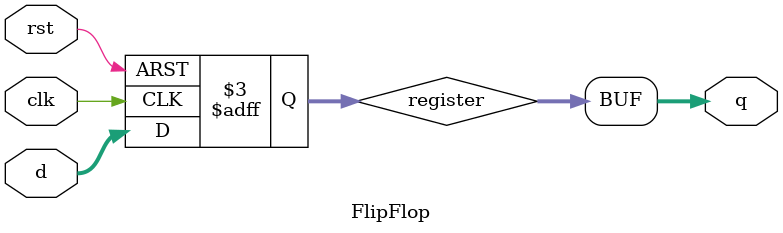
<source format=v>
`timescale 1ns / 1ps


module FetchStage(
        input clk,rst,pc_src,
        input [31:0]target_pc,
        output [31:0]PC_if,PC_plus_four_if,instruction_if
    );
    wire [31:0]PC_plus_four,PC_next,PC,instruction;
    
    assign PC_plus_four = PC + 32'd4;
    assign PC_next = pc_src ? target_pc : PC_plus_four ;
    
    i_mem #("inst.mem") inst_mem (
        .clk(clk),
        .rst(1'b1),
        .rd_addr0(PC),
        .wr_addr0(),
        .wr_din0(),
        .we0(1'b0),
        .rd_dout0(instruction)
    );
    
    FlipFlop pc_ff (
        .clk(clk),
        .rst(rst),
        .d(PC_next),
        .q(PC)
    );
    
    assign PC_plus_four_if = PC_plus_four;
    assign PC_if = PC;
    assign instruction_if = instruction;
endmodule

module FlipFlop  #(parameter SIZE = 32)(
        input wire clk,rst,
        input wire [SIZE-1:0]d,
        output wire [SIZE-1:0]q
    );
    reg [SIZE-1:0]register;
    always @ (posedge clk or negedge rst) begin
        if (~rst)
            register <= 0;
        else
            register <= d;
    end
    assign q = register;
endmodule
</source>
